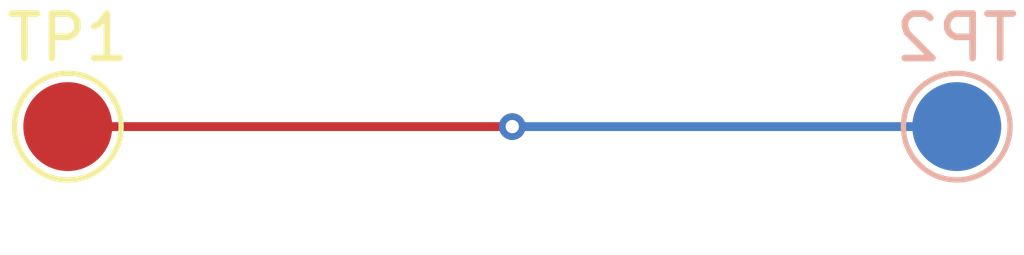
<source format=kicad_pcb>
(kicad_pcb (version 20240108) (generator "pcbnew") (generator_version "8.0")
  (layers (0 "F.Cu" signal) (31 "B.Cu" signal) (34 "B.Paste" user) (35 "F.Paste" user) (36 "B.SilkS" user "B.Silkscreen") (37 "F.SilkS" user "F.Silkscreen") (38 "B.Mask" user) (39 "F.Mask" user) (44 "Edge.Cuts" user))
  (net 0 "")
  (net 1 "Net-(TP1-Pad1)")
  (footprint "TestPoint:TestPoint_Pad_D2.0mm" (layer "F.Cu") (at 122 100)
    (property "Reference" "TP1" (at 0 -1.998 0) (layer "F.SilkS"))
    (property "Value" "+")
    (fp_circle (center 0 0) (end 0 1.2) (stroke (width 0.12)) (fill none) (layer "F.SilkS"))
    (pad "1" smd circle (at 0 0) (size 2 2) (layers "F.Cu" "F.Mask") (net 1 "Net-(TP1-Pad1)"))
  )
  (footprint "TestPoint:TestPoint_Pad_D2.0mm" (layer "B.Cu") (at 142 100 180)
    (property "Reference" "TP2" (at 0 1.998 0) (layer "B.SilkS") (effects (justify mirror)))
    (property "Value" "-")
    (fp_circle (center 0 0) (end 0 -1.2) (stroke (width 0.12)) (fill none) (layer "B.SilkS"))
    (pad "1" smd circle (at 0 0 180) (size 2 2) (layers "B.Cu" "B.Mask") (net 1 "Net-(TP1-Pad1)"))
  )
  (segment (start 122 100) (end 132 100) (width 0.2) (layer "F.Cu") (net 1))
  (via (at 132 100) (size 0.6) (drill 0.3) (layers "F.Cu" "B.Cu") (net 1))
  (segment (start 132 100) (end 142 100) (width 0.2) (layer "B.Cu") (net 1))
)
</source>
